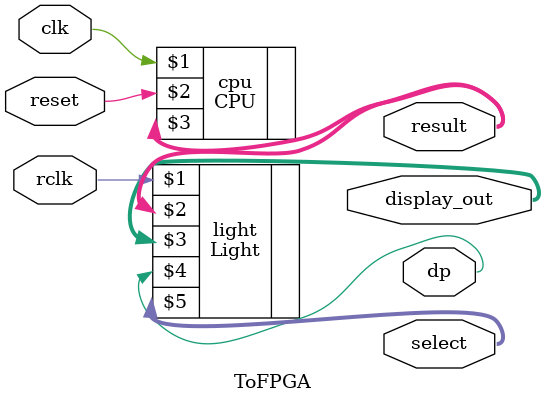
<source format=v>
`timescale 1ns / 1ps

module ToFPGA(
    input rclk,
    input clk,
    input reset,
        
    output [6:0] display_out,//Æß¶ÎÊýÂë¹Ü
    output dp,//Ð¡ÊýµãÊÇ·ñÏÔÊ¾
    output [3:0] select, //Ñ¡ÄÄ¸öµÆ
    output [15:0] result
    );
    
    CPU cpu(clk,reset,result);
    
    Light light(rclk,result,display_out,dp,select);
    
endmodule
</source>
